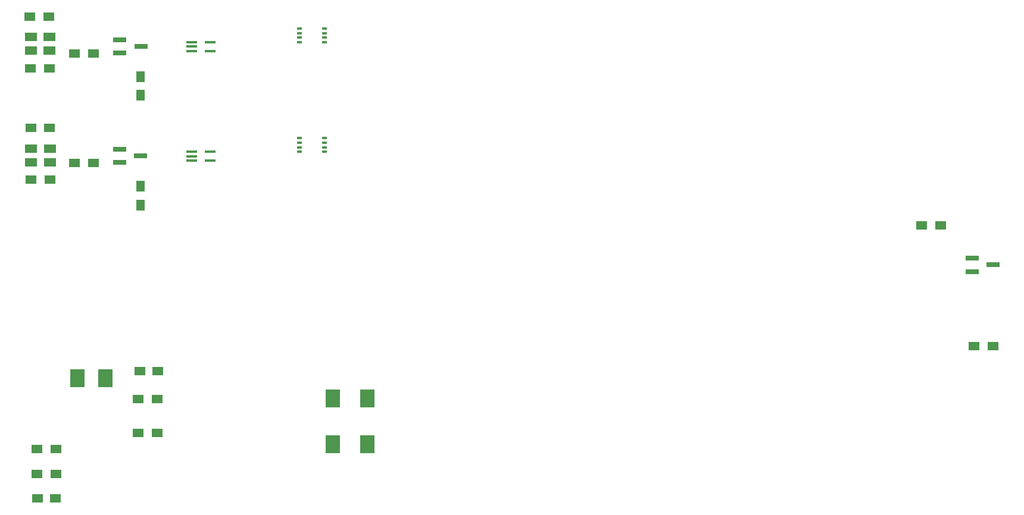
<source format=gbr>
G04 #@! TF.FileFunction,Paste,Bot*
%FSLAX46Y46*%
G04 Gerber Fmt 4.6, Leading zero omitted, Abs format (unit mm)*
G04 Created by KiCad (PCBNEW 4.0.7-e2-6376~58~ubuntu16.04.1) date Fri Dec  1 14:53:18 2017*
%MOMM*%
%LPD*%
G01*
G04 APERTURE LIST*
%ADD10C,0.100000*%
%ADD11R,1.500000X1.300000*%
%ADD12R,1.500000X1.250000*%
%ADD13R,2.000000X2.500000*%
%ADD14R,1.300000X1.500000*%
%ADD15R,0.750000X0.350000*%
%ADD16R,1.500000X0.400000*%
%ADD17R,1.700000X1.300000*%
%ADD18R,2.100000X2.600000*%
%ADD19R,1.900000X0.800000*%
G04 APERTURE END LIST*
D10*
D11*
X53150000Y-64100000D03*
X50450000Y-64100000D03*
X53100000Y-56750000D03*
X50400000Y-56750000D03*
X52950000Y-40900000D03*
X50250000Y-40900000D03*
X53050000Y-48300000D03*
X50350000Y-48300000D03*
D12*
X65950000Y-91400000D03*
X68450000Y-91400000D03*
X53907240Y-109500840D03*
X51407240Y-109500840D03*
D11*
X65650000Y-95400000D03*
X68350000Y-95400000D03*
X68350000Y-100200000D03*
X65650000Y-100200000D03*
X53950000Y-106000000D03*
X51250000Y-106000000D03*
X51250000Y-102500000D03*
X53950000Y-102500000D03*
X184577240Y-87820840D03*
X187277240Y-87820840D03*
X179777240Y-70630840D03*
X177077240Y-70630840D03*
D13*
X60997240Y-92390840D03*
X56997240Y-92390840D03*
D11*
X56647240Y-61790840D03*
X59347240Y-61790840D03*
X56647240Y-46190840D03*
X59347240Y-46190840D03*
D14*
X65997240Y-67740840D03*
X65997240Y-65040840D03*
X65997240Y-52140840D03*
X65997240Y-49440840D03*
D15*
X88597240Y-58215840D03*
X88597240Y-58865840D03*
X88597240Y-59515840D03*
X88597240Y-60165840D03*
X92197240Y-58215840D03*
X92197240Y-58865840D03*
X92197240Y-60165840D03*
X92197240Y-59515840D03*
X88597240Y-42615840D03*
X88597240Y-43265840D03*
X88597240Y-43915840D03*
X88597240Y-44565840D03*
X92197240Y-42615840D03*
X92197240Y-43265840D03*
X92197240Y-44565840D03*
X92197240Y-43915840D03*
D16*
X73267240Y-61440840D03*
X73267240Y-60790840D03*
X73267240Y-60140840D03*
X75927240Y-60140840D03*
X75927240Y-61440840D03*
X73267240Y-45840840D03*
X73267240Y-45190840D03*
X73267240Y-44540840D03*
X75927240Y-44540840D03*
X75927240Y-45840840D03*
D17*
X50450000Y-59750000D03*
X50450000Y-61700000D03*
X53150000Y-61700000D03*
X53150000Y-59750000D03*
X50400000Y-43800000D03*
X50400000Y-45750000D03*
X53100000Y-45750000D03*
X53100000Y-43800000D03*
D18*
X93360000Y-101840000D03*
X98260000Y-101840000D03*
X93380000Y-95270000D03*
X98280000Y-95270000D03*
D19*
X63040000Y-61680000D03*
X63040000Y-59780000D03*
X66040000Y-60730000D03*
X63090000Y-46090000D03*
X63090000Y-44190000D03*
X66090000Y-45140000D03*
X184270000Y-77210000D03*
X184270000Y-75310000D03*
X187270000Y-76260000D03*
M02*

</source>
